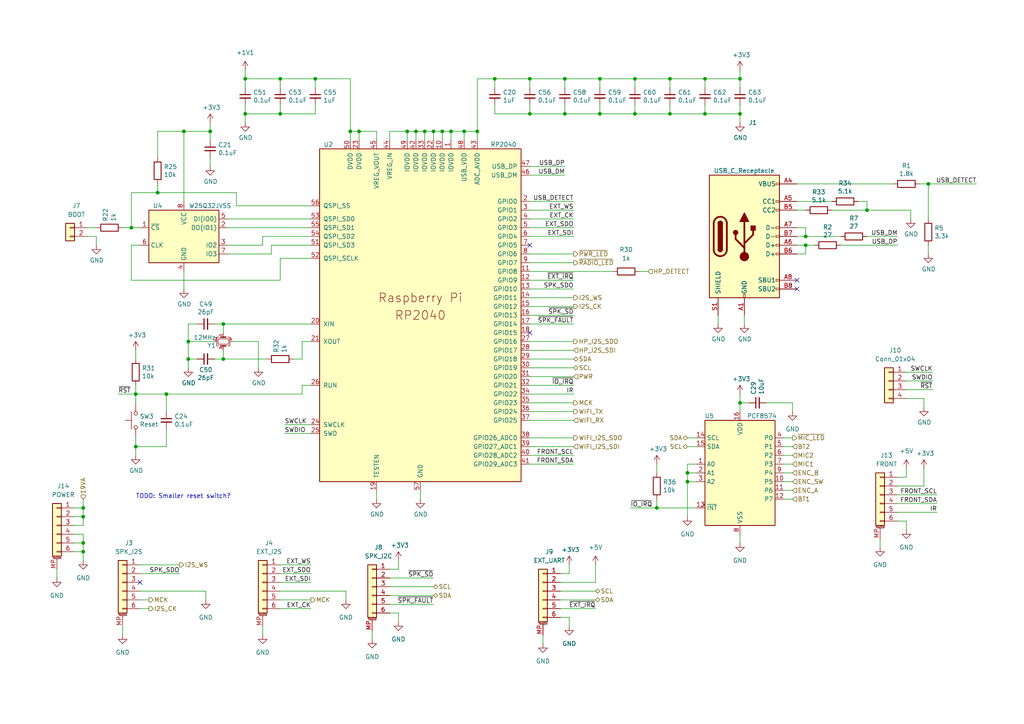
<source format=kicad_sch>
(kicad_sch (version 20210621) (generator eeschema)
  (paper "A4")
  (lib_symbols
    (symbol "Connector:USB_C_Receptacle_USB2.0" (pin_names (offset 1.016))
      (property "Reference" "J" (at -10.16 19.05 0))
      (property "Value" "USB_C_Receptacle_USB2.0" (at 19.05 19.05 0))
      (symbol "USB_C_Receptacle_USB2.0_1_1"
        (pin passive line (at 0 -22.86 90) (length 5.08) (name "GND") (number "A1"))
        (pin passive line (at 0 -22.86 90) (length 5.08) hide (name "GND") (number "A12"))
        (pin passive line (at 15.24 15.24 180) (length 5.08) (name "VBUS") (number "A4"))
        (pin bidirectional line (at 15.24 10.16 180) (length 5.08) (name "CC1") (number "A5"))
        (pin bidirectional line (at 15.24 -2.54 180) (length 5.08) (name "D+") (number "A6"))
        (pin bidirectional line (at 15.24 2.54 180) (length 5.08) (name "D-") (number "A7"))
        (pin bidirectional line (at 15.24 -12.7 180) (length 5.08) (name "SBU1") (number "A8"))
        (pin passive line (at 15.24 15.24 180) (length 5.08) hide (name "VBUS") (number "A9"))
        (pin passive line (at 0 -22.86 90) (length 5.08) hide (name "GND") (number "B1"))
        (pin passive line (at 0 -22.86 90) (length 5.08) hide (name "GND") (number "B12"))
        (pin passive line (at 15.24 15.24 180) (length 5.08) hide (name "VBUS") (number "B4"))
        (pin bidirectional line (at 15.24 7.62 180) (length 5.08) (name "CC2") (number "B5"))
        (pin bidirectional line (at 15.24 -5.08 180) (length 5.08) (name "D+") (number "B6"))
        (pin bidirectional line (at 15.24 0 180) (length 5.08) (name "D-") (number "B7"))
        (pin bidirectional line (at 15.24 -15.24 180) (length 5.08) (name "SBU2") (number "B8"))
        (pin passive line (at 15.24 15.24 180) (length 5.08) hide (name "VBUS") (number "B9"))
        (pin passive line (at -7.62 -22.86 90) (length 5.08) (name "SHIELD") (number "S1"))
      )
    )
    (symbol "Connector_Generic:Conn_01x02" (pin_names (offset 1.016) hide)
      (property "Reference" "J" (at 0 2.54 0))
      (property "Value" "Conn_01x02" (at 0 -5.08 0))
      (symbol "Conn_01x02_1_1"
        (pin passive line (at -5.08 0 0) (length 3.81) (name "Pin_1") (number "1"))
        (pin passive line (at -5.08 -2.54 0) (length 3.81) (name "Pin_2") (number "2"))
      )
    )
    (symbol "Connector_Generic:Conn_01x04" (pin_names (offset 1.016) hide)
      (property "Reference" "J" (at 0 5.08 0))
      (property "Value" "Conn_01x04" (at 0 -7.62 0))
      (symbol "Conn_01x04_1_1"
        (pin passive line (at -5.08 2.54 0) (length 3.81) (name "Pin_1") (number "1"))
        (pin passive line (at -5.08 0 0) (length 3.81) (name "Pin_2") (number "2"))
        (pin passive line (at -5.08 -2.54 0) (length 3.81) (name "Pin_3") (number "3"))
        (pin passive line (at -5.08 -5.08 0) (length 3.81) (name "Pin_4") (number "4"))
      )
    )
    (symbol "Connector_Generic_MountingPin:Conn_01x06_MountingPin" (pin_names (offset 1.016) hide)
      (property "Reference" "J" (at 0 7.62 0))
      (property "Value" "Conn_01x06_MountingPin" (at 1.27 -10.16 0))
      (symbol "Conn_01x06_MountingPin_1_1"
        (text "Mounting" (at 0 -9.271 0) (effects (font (size 0.381 0.381))))
        (pin passive line (at -5.08 5.08 0) (length 3.81) (name "Pin_1") (number "1"))
        (pin passive line (at -5.08 2.54 0) (length 3.81) (name "Pin_2") (number "2"))
        (pin passive line (at -5.08 0 0) (length 3.81) (name "Pin_3") (number "3"))
        (pin passive line (at -5.08 -2.54 0) (length 3.81) (name "Pin_4") (number "4"))
        (pin passive line (at -5.08 -5.08 0) (length 3.81) (name "Pin_5") (number "5"))
        (pin passive line (at -5.08 -7.62 0) (length 3.81) (name "Pin_6") (number "6"))
        (pin passive line (at 0 -12.7 90) (length 3.048) (name "MountPin") (number "MP"))
      )
    )
    (symbol "Device:C_Small" (pin_numbers hide) (pin_names (offset 0.254) hide)
      (property "Reference" "C" (at 0.254 1.778 0))
      (property "Value" "C_Small" (at 0.254 -2.032 0))
      (symbol "C_Small_1_1"
        (pin passive line (at 0 2.54 270) (length 2.032) (name "~") (number "1"))
        (pin passive line (at 0 -2.54 90) (length 2.032) (name "~") (number "2"))
      )
    )
    (symbol "Device:Crystal_GND24_Small" (pin_names (offset 1.016) hide)
      (property "Reference" "Y" (at 1.27 4.445 0))
      (property "Value" "Crystal_GND24_Small" (at 1.27 2.54 0))
      (symbol "Crystal_GND24_Small_1_1"
        (pin passive line (at -2.54 0 0) (length 1.27) (name "1") (number "1"))
        (pin passive line (at 0 -2.54 90) (length 0.635) (name "2") (number "2"))
        (pin passive line (at 2.54 0 180) (length 1.27) (name "3") (number "3"))
        (pin passive line (at 0 2.54 270) (length 0.635) (name "4") (number "4"))
      )
    )
    (symbol "Device:R" (pin_numbers hide) (pin_names (offset 0))
      (property "Reference" "R" (at 2.032 0 90))
      (property "Value" "R" (at 0 0 90))
      (symbol "R_1_1"
        (pin passive line (at 0 3.81 270) (length 1.27) (name "~") (number "1"))
        (pin passive line (at 0 -3.81 90) (length 1.27) (name "~") (number "2"))
      )
    )
    (symbol "Interface_Expansion:PCF8574"
      (property "Reference" "U" (at -8.89 16.51 0))
      (property "Value" "PCF8574" (at 2.54 16.51 0))
      (symbol "PCF8574_1_1"
        (pin input line (at -12.7 2.54 0) (length 2.54) (name "A0") (number "1"))
        (pin bidirectional line (at 12.7 -2.54 180) (length 2.54) (name "P5") (number "10"))
        (pin bidirectional line (at 12.7 -5.08 180) (length 2.54) (name "P6") (number "11"))
        (pin bidirectional line (at 12.7 -7.62 180) (length 2.54) (name "P7") (number "12"))
        (pin open_collector output_low (at -12.7 -10.16 0) (length 2.54) (name "~{INT}") (number "13"))
        (pin input line (at -12.7 10.16 0) (length 2.54) (name "SCL") (number "14"))
        (pin bidirectional line (at -12.7 7.62 0) (length 2.54) (name "SDA") (number "15"))
        (pin power_in line (at 0 17.78 270) (length 2.54) (name "VDD") (number "16"))
        (pin input line (at -12.7 0 0) (length 2.54) (name "A1") (number "2"))
        (pin input line (at -12.7 -2.54 0) (length 2.54) (name "A2") (number "3"))
        (pin bidirectional line (at 12.7 10.16 180) (length 2.54) (name "P0") (number "4"))
        (pin bidirectional line (at 12.7 7.62 180) (length 2.54) (name "P1") (number "5"))
        (pin bidirectional line (at 12.7 5.08 180) (length 2.54) (name "P2") (number "6"))
        (pin bidirectional line (at 12.7 2.54 180) (length 2.54) (name "P3") (number "7"))
        (pin power_in line (at 0 -17.78 90) (length 2.54) (name "VSS") (number "8"))
        (pin bidirectional line (at 12.7 0 180) (length 2.54) (name "P4") (number "9"))
      )
    )
    (symbol "MCU_RaspberryPi_and_Boards:RP2040" (pin_names (offset 1.016))
      (property "Reference" "U" (at -29.21 49.53 0))
      (property "Value" "RP2040" (at 24.13 -49.53 0))
      (symbol "RP2040_0_0"
        (text "Raspberry Pi" (at 0 5.08 0) (effects (font (size 2.54 2.54))))
        (text "RP2040" (at 0 0 0) (effects (font (size 2.54 2.54))))
      )
      (symbol "RP2040_1_1"
        (pin power_in line (at 8.89 50.8 270) (length 2.54) (name "IOVDD") (number "1"))
        (pin power_in line (at 6.35 50.8 270) (length 2.54) (name "IOVDD") (number "10"))
        (pin bidirectional line (at 31.75 12.7 180) (length 2.54) (name "GPIO8") (number "11"))
        (pin bidirectional line (at 31.75 10.16 180) (length 2.54) (name "GPIO9") (number "12"))
        (pin bidirectional line (at 31.75 7.62 180) (length 2.54) (name "GPIO10") (number "13"))
        (pin bidirectional line (at 31.75 5.08 180) (length 2.54) (name "GPIO11") (number "14"))
        (pin bidirectional line (at 31.75 2.54 180) (length 2.54) (name "GPIO12") (number "15"))
        (pin bidirectional line (at 31.75 0 180) (length 2.54) (name "GPIO13") (number "16"))
        (pin bidirectional line (at 31.75 -2.54 180) (length 2.54) (name "GPIO14") (number "17"))
        (pin bidirectional line (at 31.75 -5.08 180) (length 2.54) (name "GPIO15") (number "18"))
        (pin passive line (at -12.7 -50.8 90) (length 2.54) (name "TESTEN") (number "19"))
        (pin bidirectional line (at 31.75 33.02 180) (length 2.54) (name "GPIO0") (number "2"))
        (pin input line (at -31.75 -2.54 0) (length 2.54) (name "XIN") (number "20"))
        (pin passive line (at -31.75 -7.62 0) (length 2.54) (name "XOUT") (number "21"))
        (pin power_in line (at 3.81 50.8 270) (length 2.54) (name "IOVDD") (number "22"))
        (pin power_in line (at -17.78 50.8 270) (length 2.54) (name "DVDD") (number "23"))
        (pin output line (at -31.75 -31.75 0) (length 2.54) (name "SWCLK") (number "24"))
        (pin bidirectional line (at -31.75 -34.29 0) (length 2.54) (name "SWD") (number "25"))
        (pin input line (at -31.75 -20.32 0) (length 2.54) (name "RUN") (number "26"))
        (pin bidirectional line (at 31.75 -7.62 180) (length 2.54) (name "GPIO16") (number "27"))
        (pin bidirectional line (at 31.75 -10.16 180) (length 2.54) (name "GPIO17") (number "28"))
        (pin bidirectional line (at 31.75 -12.7 180) (length 2.54) (name "GPIO18") (number "29"))
        (pin bidirectional line (at 31.75 30.48 180) (length 2.54) (name "GPIO1") (number "3"))
        (pin bidirectional line (at 31.75 -15.24 180) (length 2.54) (name "GPIO19") (number "30"))
        (pin bidirectional line (at 31.75 -17.78 180) (length 2.54) (name "GPIO20") (number "31"))
        (pin bidirectional line (at 31.75 -20.32 180) (length 2.54) (name "GPIO21") (number "32"))
        (pin power_in line (at 1.27 50.8 270) (length 2.54) (name "IOVDD") (number "33"))
        (pin bidirectional line (at 31.75 -22.86 180) (length 2.54) (name "GPIO22") (number "34"))
        (pin bidirectional line (at 31.75 -25.4 180) (length 2.54) (name "GPIO23") (number "35"))
        (pin bidirectional line (at 31.75 -27.94 180) (length 2.54) (name "GPIO24") (number "36"))
        (pin bidirectional line (at 31.75 -30.48 180) (length 2.54) (name "GPIO25") (number "37"))
        (pin bidirectional line (at 31.75 -35.56 180) (length 2.54) (name "GPIO26_ADC0") (number "38"))
        (pin bidirectional line (at 31.75 -38.1 180) (length 2.54) (name "GPIO27_ADC1") (number "39"))
        (pin bidirectional line (at 31.75 27.94 180) (length 2.54) (name "GPIO2") (number "4"))
        (pin bidirectional line (at 31.75 -40.64 180) (length 2.54) (name "GPIO28_ADC2") (number "40"))
        (pin bidirectional line (at 31.75 -43.18 180) (length 2.54) (name "GPIO29_ADC3") (number "41"))
        (pin power_in line (at -1.27 50.8 270) (length 2.54) (name "IOVDD") (number "42"))
        (pin power_in line (at 16.51 50.8 270) (length 2.54) (name "ADC_AVDD") (number "43"))
        (pin power_in line (at -8.89 50.8 270) (length 2.54) (name "VREG_IN") (number "44"))
        (pin power_out line (at -12.7 50.8 270) (length 2.54) (name "VREG_VOUT") (number "45"))
        (pin bidirectional line (at 31.75 40.64 180) (length 2.54) (name "USB_DM") (number "46"))
        (pin bidirectional line (at 31.75 43.18 180) (length 2.54) (name "USB_DP") (number "47"))
        (pin power_in line (at 12.7 50.8 270) (length 2.54) (name "USB_VDD") (number "48"))
        (pin power_in line (at -3.81 50.8 270) (length 2.54) (name "IOVDD") (number "49"))
        (pin bidirectional line (at 31.75 25.4 180) (length 2.54) (name "GPIO3") (number "5"))
        (pin power_in line (at -20.32 50.8 270) (length 2.54) (name "DVDD") (number "50"))
        (pin bidirectional line (at -31.75 20.32 0) (length 2.54) (name "QSPI_SD3") (number "51"))
        (pin output line (at -31.75 16.51 0) (length 2.54) (name "QSPI_SCLK") (number "52"))
        (pin bidirectional line (at -31.75 27.94 0) (length 2.54) (name "QSPI_SD0") (number "53"))
        (pin bidirectional line (at -31.75 22.86 0) (length 2.54) (name "QSPI_SD2") (number "54"))
        (pin bidirectional line (at -31.75 25.4 0) (length 2.54) (name "QSPI_SD1") (number "55"))
        (pin bidirectional line (at -31.75 31.75 0) (length 2.54) (name "QSPI_SS") (number "56"))
        (pin power_in line (at 0 -50.8 90) (length 2.54) (name "GND") (number "57"))
        (pin bidirectional line (at 31.75 22.86 180) (length 2.54) (name "GPIO4") (number "6"))
        (pin bidirectional line (at 31.75 20.32 180) (length 2.54) (name "GPIO5") (number "7"))
        (pin bidirectional line (at 31.75 17.78 180) (length 2.54) (name "GPIO6") (number "8"))
        (pin bidirectional line (at 31.75 15.24 180) (length 2.54) (name "GPIO7") (number "9"))
      )
    )
    (symbol "Memory_Flash:W25Q32JVSS"
      (property "Reference" "U" (at -8.89 8.89 0))
      (property "Value" "W25Q32JVSS" (at 7.62 8.89 0))
      (symbol "W25Q32JVSS_1_1"
        (pin input line (at -12.7 2.54 0) (length 2.54) (name "~{CS}") (number "1"))
        (pin bidirectional line (at 12.7 2.54 180) (length 2.54) (name "DO(IO1)") (number "2"))
        (pin bidirectional line (at 12.7 -2.54 180) (length 2.54) (name "IO2") (number "3"))
        (pin power_in line (at 0 -10.16 90) (length 2.54) (name "GND") (number "4"))
        (pin bidirectional line (at 12.7 5.08 180) (length 2.54) (name "DI(IO0)") (number "5"))
        (pin input line (at -12.7 -2.54 0) (length 2.54) (name "CLK") (number "6"))
        (pin bidirectional line (at 12.7 -5.08 180) (length 2.54) (name "IO3") (number "7"))
        (pin power_in line (at 0 10.16 270) (length 2.54) (name "VCC") (number "8"))
      )
    )
    (symbol "Switch:SW_Push" (pin_numbers hide) (pin_names (offset 1.016) hide)
      (property "Reference" "SW" (at 1.27 2.54 0))
      (property "Value" "SW_Push" (at 0 -1.524 0))
      (symbol "SW_Push_0_1"
        (pin passive line (at -5.08 0 0) (length 2.54) (name "1") (number "1"))
        (pin passive line (at 5.08 0 180) (length 2.54) (name "2") (number "2"))
      )
    )
    (symbol "power:+1V1" (power) (pin_names (offset 0))
      (property "Value" "+1V1" (at 0 3.556 0))
      (symbol "+1V1_1_1"
        (pin power_in line (at 0 0 90) (length 0) hide (name "+1V1") (number "1"))
      )
    )
    (symbol "power:+3.3V" (power) (pin_names (offset 0))
      (property "Value" "+3.3V" (at 0 3.556 0))
      (symbol "+3.3V_1_1"
        (pin power_in line (at 0 0 90) (length 0) hide (name "+3V3") (number "1"))
      )
    )
    (symbol "power:+5V" (power) (pin_names (offset 0))
      (property "Value" "+5V" (at 0 3.556 0))
      (symbol "+5V_1_1"
        (pin power_in line (at 0 0 90) (length 0) hide (name "+5V") (number "1"))
      )
    )
    (symbol "power:GND" (power) (pin_names (offset 0))
      (property "Value" "GND" (at 0 -3.81 0))
      (symbol "GND_1_1"
        (pin power_in line (at 0 0 270) (length 0) hide (name "GND") (number "1"))
      )
    )
  )
  (junction (at 71.12 22.86))
  (junction (at 269.24 53.34))
  (junction (at 184.15 22.86) (diameter 0.9144))
  (junction (at 173.99 22.86) (diameter 0.9144))
  (junction (at 153.67 22.86) (diameter 0.9144))
  (junction (at 233.68 68.58))
  (junction (at 60.96 38.1))
  (junction (at 125.73 38.1))
  (junction (at 233.68 71.12))
  (junction (at 39.37 129.54) (diameter 0.9144))
  (junction (at 163.83 22.86) (diameter 0.9144))
  (junction (at 104.14 38.1))
  (junction (at 39.37 114.3) (diameter 0.9144))
  (junction (at 54.61 104.14))
  (junction (at 214.63 22.86))
  (junction (at 54.61 99.06))
  (junction (at 134.62 38.1))
  (junction (at 101.6 38.1))
  (junction (at 24.13 157.48))
  (junction (at 48.26 114.3))
  (junction (at 38.1 66.04))
  (junction (at 24.13 149.86))
  (junction (at 163.83 33.02) (diameter 0.9144))
  (junction (at 123.19 38.1))
  (junction (at 120.65 38.1))
  (junction (at 71.12 33.02))
  (junction (at 24.13 147.32))
  (junction (at 199.39 139.7))
  (junction (at 130.81 38.1))
  (junction (at 64.77 104.14))
  (junction (at 214.63 33.02) (diameter 0.9144))
  (junction (at 153.67 33.02))
  (junction (at 184.15 33.02) (diameter 0.9144))
  (junction (at 128.27 38.1))
  (junction (at 214.63 116.84))
  (junction (at 138.43 38.1))
  (junction (at 24.13 160.02))
  (junction (at 118.11 38.1))
  (junction (at 53.34 38.1))
  (junction (at 81.28 22.86) (diameter 0.9144))
  (junction (at 45.72 55.88))
  (junction (at 199.39 137.16))
  (junction (at 190.5 147.32))
  (junction (at 194.31 33.02) (diameter 0.9144))
  (junction (at 81.28 33.02) (diameter 0.9144))
  (junction (at 64.77 93.98) (diameter 0.9144))
  (junction (at 204.47 33.02) (diameter 0.9144))
  (junction (at 251.46 60.96))
  (junction (at 91.44 22.86))
  (junction (at 204.47 22.86) (diameter 0.9144))
  (junction (at 143.51 22.86))
  (junction (at 173.99 33.02) (diameter 0.9144))
  (junction (at 194.31 22.86) (diameter 0.9144))
  (no_connect (at 153.67 71.12))
  (no_connect (at 40.64 168.91))
  (no_connect (at 153.67 96.52))
  (no_connect (at 231.14 81.28))
  (no_connect (at 231.14 83.82))
  (wire (pts (xy 87.63 99.06) (xy 87.63 104.14)))
  (wire (pts (xy 87.63 104.14) (xy 85.09 104.14)))
  (wire (pts (xy 90.17 99.06) (xy 87.63 99.06)))
  (wire (pts (xy 269.24 63.5) (xy 269.24 53.34)))
  (wire (pts (xy 71.12 33.02) (xy 71.12 35.56)))
  (wire (pts (xy 153.67 93.98) (xy 166.37 93.98)))
  (wire (pts (xy 54.61 93.98) (xy 57.15 93.98)))
  (wire (pts (xy 66.04 63.5) (xy 90.17 63.5)))
  (wire (pts (xy 184.15 33.02) (xy 173.99 33.02)))
  (wire (pts (xy 231.14 71.12) (xy 233.68 71.12)))
  (wire (pts (xy 40.64 176.53) (xy 43.18 176.53)))
  (wire (pts (xy 115.57 177.8) (xy 115.57 180.34)))
  (wire (pts (xy 184.15 22.86) (xy 194.31 22.86)))
  (wire (pts (xy 153.67 106.68) (xy 166.37 106.68)))
  (wire (pts (xy 24.13 144.78) (xy 24.13 147.32)))
  (wire (pts (xy 24.13 147.32) (xy 24.13 149.86)))
  (wire (pts (xy 24.13 149.86) (xy 24.13 152.4)))
  (wire (pts (xy 62.23 104.14) (xy 64.77 104.14)))
  (wire (pts (xy 138.43 22.86) (xy 143.51 22.86)))
  (wire (pts (xy 138.43 38.1) (xy 138.43 22.86)))
  (wire (pts (xy 138.43 40.64) (xy 138.43 38.1)))
  (wire (pts (xy 81.28 176.53) (xy 90.17 176.53)))
  (wire (pts (xy 21.59 149.86) (xy 24.13 149.86)))
  (wire (pts (xy 53.34 58.42) (xy 53.34 38.1)))
  (wire (pts (xy 53.34 38.1) (xy 60.96 38.1)))
  (wire (pts (xy 62.23 93.98) (xy 64.77 93.98)))
  (wire (pts (xy 153.67 63.5) (xy 166.37 63.5)))
  (wire (pts (xy 48.26 119.38) (xy 48.26 114.3)))
  (wire (pts (xy 153.67 22.86) (xy 153.67 25.4)))
  (wire (pts (xy 153.67 81.28) (xy 166.37 81.28)))
  (wire (pts (xy 39.37 129.54) (xy 48.26 129.54)))
  (wire (pts (xy 121.92 142.24) (xy 121.92 144.78)))
  (wire (pts (xy 199.39 129.54) (xy 201.93 129.54)))
  (wire (pts (xy 229.87 116.84) (xy 222.25 116.84)))
  (wire (pts (xy 229.87 119.38) (xy 229.87 116.84)))
  (wire (pts (xy 201.93 139.7) (xy 199.39 139.7)))
  (wire (pts (xy 199.39 139.7) (xy 199.39 149.86)))
  (wire (pts (xy 71.12 20.32) (xy 71.12 22.86)))
  (wire (pts (xy 45.72 53.34) (xy 45.72 55.88)))
  (wire (pts (xy 118.11 38.1) (xy 118.11 40.64)))
  (wire (pts (xy 71.12 22.86) (xy 71.12 25.4)))
  (wire (pts (xy 227.33 129.54) (xy 229.87 129.54)))
  (wire (pts (xy 153.67 119.38) (xy 166.37 119.38)))
  (wire (pts (xy 153.67 111.76) (xy 166.37 111.76)))
  (wire (pts (xy 60.96 35.56) (xy 60.96 38.1)))
  (wire (pts (xy 60.96 38.1) (xy 60.96 40.64)))
  (wire (pts (xy 204.47 22.86) (xy 204.47 25.4)))
  (wire (pts (xy 153.67 99.06) (xy 166.37 99.06)))
  (wire (pts (xy 166.37 101.6) (xy 153.67 101.6)))
  (wire (pts (xy 64.77 101.6) (xy 64.77 104.14)))
  (wire (pts (xy 113.03 167.64) (xy 125.73 167.64)))
  (wire (pts (xy 91.44 22.86) (xy 91.44 25.4)))
  (wire (pts (xy 153.67 127) (xy 166.37 127)))
  (wire (pts (xy 40.64 171.45) (xy 59.69 171.45)))
  (wire (pts (xy 59.69 173.99) (xy 59.69 171.45)))
  (wire (pts (xy 76.2 68.58) (xy 76.2 71.12)))
  (wire (pts (xy 90.17 68.58) (xy 76.2 68.58)))
  (wire (pts (xy 76.2 71.12) (xy 66.04 71.12)))
  (wire (pts (xy 231.14 66.04) (xy 233.68 66.04)))
  (wire (pts (xy 233.68 66.04) (xy 233.68 68.58)))
  (wire (pts (xy 199.39 127) (xy 201.93 127)))
  (wire (pts (xy 54.61 99.06) (xy 62.23 99.06)))
  (wire (pts (xy 173.99 30.48) (xy 173.99 33.02)))
  (wire (pts (xy 64.77 93.98) (xy 90.17 93.98)))
  (wire (pts (xy 107.95 182.88) (xy 107.95 185.42)))
  (wire (pts (xy 251.46 58.42) (xy 251.46 60.96)))
  (wire (pts (xy 248.92 58.42) (xy 251.46 58.42)))
  (wire (pts (xy 208.28 91.44) (xy 208.28 93.9393)))
  (wire (pts (xy 81.28 22.86) (xy 81.28 25.4)))
  (wire (pts (xy 162.56 173.99) (xy 172.72 173.99)))
  (wire (pts (xy 71.12 22.86) (xy 81.28 22.86)))
  (wire (pts (xy 128.27 38.1) (xy 128.27 40.64)))
  (wire (pts (xy 68.58 55.88) (xy 45.72 55.88)))
  (wire (pts (xy 38.1 55.88) (xy 38.1 66.04)))
  (wire (pts (xy 38.1 66.04) (xy 40.64 66.04)))
  (wire (pts (xy 45.72 55.88) (xy 38.1 55.88)))
  (wire (pts (xy 90.17 59.69) (xy 68.58 59.69)))
  (wire (pts (xy 68.58 59.69) (xy 68.58 55.88)))
  (wire (pts (xy 104.14 38.1) (xy 104.14 40.64)))
  (wire (pts (xy 87.63 111.76) (xy 90.17 111.76)))
  (wire (pts (xy 260.35 143.51) (xy 271.78 143.51)))
  (wire (pts (xy 260.35 151.13) (xy 262.89 151.13)))
  (wire (pts (xy 262.89 151.13) (xy 262.89 153.67)))
  (wire (pts (xy 39.37 111.76) (xy 39.37 114.3)))
  (wire (pts (xy 90.17 125.73) (xy 82.55 125.73)))
  (wire (pts (xy 194.31 33.02) (xy 184.15 33.02)))
  (wire (pts (xy 54.61 104.14) (xy 57.15 104.14)))
  (wire (pts (xy 214.63 30.48) (xy 214.63 33.02)))
  (wire (pts (xy 153.67 50.8) (xy 163.83 50.8)))
  (wire (pts (xy 267.97 115.57) (xy 262.89 115.57)))
  (wire (pts (xy 231.14 68.58) (xy 233.68 68.58)))
  (wire (pts (xy 35.56 181.61) (xy 35.56 184.15)))
  (wire (pts (xy 153.67 116.84) (xy 166.37 116.84)))
  (wire (pts (xy 54.61 104.14) (xy 54.61 106.68)))
  (wire (pts (xy 54.61 93.98) (xy 54.61 99.06)))
  (wire (pts (xy 54.61 99.06) (xy 54.61 104.14)))
  (wire (pts (xy 214.63 33.02) (xy 204.47 33.02)))
  (wire (pts (xy 21.59 157.48) (xy 24.13 157.48)))
  (wire (pts (xy 24.13 157.48) (xy 24.13 160.02)))
  (wire (pts (xy 24.13 160.02) (xy 21.59 160.02)))
  (wire (pts (xy 24.13 162.56) (xy 24.13 160.02)))
  (wire (pts (xy 81.28 30.48) (xy 81.28 33.02)))
  (wire (pts (xy 201.93 137.16) (xy 199.39 137.16)))
  (wire (pts (xy 199.39 137.16) (xy 199.39 139.7)))
  (wire (pts (xy 39.37 101.6) (xy 39.37 104.14)))
  (wire (pts (xy 48.26 129.54) (xy 48.26 124.46)))
  (wire (pts (xy 153.67 66.04) (xy 166.37 66.04)))
  (wire (pts (xy 251.46 60.96) (xy 264.16 60.96)))
  (wire (pts (xy 264.16 63.5) (xy 264.16 60.96)))
  (wire (pts (xy 241.3 60.96) (xy 251.46 60.96)))
  (wire (pts (xy 78.74 71.12) (xy 90.17 71.12)))
  (wire (pts (xy 78.74 73.66) (xy 78.74 71.12)))
  (wire (pts (xy 66.04 73.66) (xy 78.74 73.66)))
  (wire (pts (xy 76.2 181.61) (xy 76.2 184.15)))
  (wire (pts (xy 233.68 71.12) (xy 236.22 71.12)))
  (wire (pts (xy 91.44 33.02) (xy 81.28 33.02)))
  (wire (pts (xy 40.64 163.83) (xy 52.07 163.83)))
  (wire (pts (xy 48.26 114.3) (xy 87.63 114.3)))
  (wire (pts (xy 87.63 114.3) (xy 87.63 111.76)))
  (wire (pts (xy 214.63 33.02) (xy 214.63 35.56)))
  (wire (pts (xy 113.03 177.8) (xy 115.57 177.8)))
  (wire (pts (xy 27.94 68.58) (xy 25.4 68.58)))
  (wire (pts (xy 27.94 71.12) (xy 27.94 68.58)))
  (wire (pts (xy 35.56 66.04) (xy 38.1 66.04)))
  (wire (pts (xy 194.31 22.86) (xy 204.47 22.86)))
  (wire (pts (xy 153.67 109.22) (xy 166.37 109.22)))
  (wire (pts (xy 182.88 147.32) (xy 190.5 147.32)))
  (wire (pts (xy 177.8 78.74) (xy 153.67 78.74)))
  (wire (pts (xy 153.67 30.48) (xy 153.67 33.02)))
  (wire (pts (xy 153.67 60.96) (xy 166.37 60.96)))
  (wire (pts (xy 153.67 58.42) (xy 166.37 58.42)))
  (wire (pts (xy 34.29 114.3) (xy 39.37 114.3)))
  (wire (pts (xy 163.83 30.48) (xy 163.83 33.02)))
  (wire (pts (xy 123.19 38.1) (xy 123.19 40.64)))
  (wire (pts (xy 267.97 118.11) (xy 267.97 115.57)))
  (wire (pts (xy 214.63 116.84) (xy 217.17 116.84)))
  (wire (pts (xy 153.67 121.92) (xy 166.37 121.92)))
  (wire (pts (xy 81.28 163.83) (xy 90.17 163.83)))
  (wire (pts (xy 267.97 135.89) (xy 267.97 140.97)))
  (wire (pts (xy 267.97 140.97) (xy 260.35 140.97)))
  (wire (pts (xy 166.37 86.36) (xy 153.67 86.36)))
  (wire (pts (xy 25.4 66.04) (xy 27.94 66.04)))
  (wire (pts (xy 153.67 104.14) (xy 166.37 104.14)))
  (wire (pts (xy 101.6 38.1) (xy 101.6 40.64)))
  (wire (pts (xy 104.14 38.1) (xy 101.6 38.1)))
  (wire (pts (xy 109.22 38.1) (xy 104.14 38.1)))
  (wire (pts (xy 109.22 40.64) (xy 109.22 38.1)))
  (wire (pts (xy 162.56 176.53) (xy 172.72 176.53)))
  (wire (pts (xy 81.28 22.86) (xy 91.44 22.86)))
  (wire (pts (xy 40.64 173.99) (xy 43.18 173.99)))
  (wire (pts (xy 153.67 48.26) (xy 163.83 48.26)))
  (wire (pts (xy 130.81 38.1) (xy 130.81 40.64)))
  (wire (pts (xy 21.59 147.32) (xy 24.13 147.32)))
  (wire (pts (xy 251.46 68.58) (xy 260.35 68.58)))
  (wire (pts (xy 231.14 73.66) (xy 233.68 73.66)))
  (wire (pts (xy 233.68 73.66) (xy 233.68 71.12)))
  (wire (pts (xy 134.62 38.1) (xy 134.62 40.64)))
  (wire (pts (xy 81.28 173.99) (xy 90.17 173.99)))
  (wire (pts (xy 81.28 74.93) (xy 81.28 81.28)))
  (wire (pts (xy 90.17 74.93) (xy 81.28 74.93)))
  (wire (pts (xy 38.1 71.12) (xy 40.64 71.12)))
  (wire (pts (xy 38.1 81.28) (xy 38.1 71.12)))
  (wire (pts (xy 81.28 81.28) (xy 38.1 81.28)))
  (wire (pts (xy 113.03 170.18) (xy 125.73 170.18)))
  (wire (pts (xy 91.44 30.48) (xy 91.44 33.02)))
  (wire (pts (xy 60.96 45.72) (xy 60.96 48.26)))
  (wire (pts (xy 262.89 110.49) (xy 270.51 110.49)))
  (wire (pts (xy 260.35 148.59) (xy 271.78 148.59)))
  (wire (pts (xy 157.48 184.15) (xy 157.48 186.69)))
  (wire (pts (xy 173.99 22.86) (xy 173.99 25.4)))
  (wire (pts (xy 201.93 134.62) (xy 199.39 134.62)))
  (wire (pts (xy 199.39 134.62) (xy 199.39 137.16)))
  (wire (pts (xy 143.51 22.86) (xy 143.51 25.4)))
  (wire (pts (xy 39.37 132.08) (xy 39.37 129.54)))
  (wire (pts (xy 143.51 30.48) (xy 143.51 33.02)))
  (wire (pts (xy 143.51 33.02) (xy 153.67 33.02)))
  (wire (pts (xy 81.28 166.37) (xy 90.17 166.37)))
  (wire (pts (xy 204.47 22.86) (xy 214.63 22.86)))
  (wire (pts (xy 113.03 165.1) (xy 115.57 165.1)))
  (wire (pts (xy 115.57 165.1) (xy 115.57 162.56)))
  (wire (pts (xy 187.96 78.74) (xy 185.42 78.74)))
  (wire (pts (xy 184.15 30.48) (xy 184.15 33.02)))
  (wire (pts (xy 227.33 134.62) (xy 229.87 134.62)))
  (wire (pts (xy 21.59 154.94) (xy 24.13 154.94)))
  (wire (pts (xy 24.13 154.94) (xy 24.13 157.48)))
  (wire (pts (xy 173.99 33.02) (xy 163.83 33.02)))
  (wire (pts (xy 227.33 144.78) (xy 229.87 144.78)))
  (wire (pts (xy 66.04 66.04) (xy 90.17 66.04)))
  (wire (pts (xy 153.67 134.62) (xy 166.37 134.62)))
  (wire (pts (xy 45.72 38.1) (xy 53.34 38.1)))
  (wire (pts (xy 45.72 45.72) (xy 45.72 38.1)))
  (wire (pts (xy 39.37 114.3) (xy 39.37 116.84)))
  (wire (pts (xy 163.83 33.02) (xy 153.67 33.02)))
  (wire (pts (xy 231.14 58.42) (xy 241.3 58.42)))
  (wire (pts (xy 243.84 71.12) (xy 260.35 71.12)))
  (wire (pts (xy 214.63 114.3) (xy 214.63 116.84)))
  (wire (pts (xy 214.63 116.84) (xy 214.63 119.38)))
  (wire (pts (xy 128.27 38.1) (xy 130.81 38.1)))
  (wire (pts (xy 130.81 38.1) (xy 134.62 38.1)))
  (wire (pts (xy 134.62 38.1) (xy 138.43 38.1)))
  (wire (pts (xy 123.19 38.1) (xy 125.73 38.1)))
  (wire (pts (xy 125.73 38.1) (xy 128.27 38.1)))
  (wire (pts (xy 113.03 38.1) (xy 118.11 38.1)))
  (wire (pts (xy 113.03 40.64) (xy 113.03 38.1)))
  (wire (pts (xy 118.11 38.1) (xy 120.65 38.1)))
  (wire (pts (xy 120.65 38.1) (xy 123.19 38.1)))
  (wire (pts (xy 153.67 114.3) (xy 166.37 114.3)))
  (wire (pts (xy 163.83 22.86) (xy 163.83 25.4)))
  (wire (pts (xy 113.03 175.26) (xy 125.73 175.26)))
  (wire (pts (xy 16.51 165.1) (xy 16.51 167.64)))
  (wire (pts (xy 231.14 53.34) (xy 259.08 53.34)))
  (wire (pts (xy 64.77 104.14) (xy 77.47 104.14)))
  (wire (pts (xy 153.67 76.2) (xy 166.37 76.2)))
  (wire (pts (xy 81.28 168.91) (xy 90.17 168.91)))
  (wire (pts (xy 270.51 113.03) (xy 262.89 113.03)))
  (wire (pts (xy 227.33 142.24) (xy 229.87 142.24)))
  (wire (pts (xy 21.59 152.4) (xy 24.13 152.4)))
  (wire (pts (xy 227.33 132.08) (xy 229.87 132.08)))
  (wire (pts (xy 125.73 38.1) (xy 125.73 40.64)))
  (wire (pts (xy 153.67 22.86) (xy 163.83 22.86)))
  (wire (pts (xy 266.7 53.34) (xy 269.24 53.34)))
  (wire (pts (xy 269.24 53.34) (xy 283.21 53.34)))
  (wire (pts (xy 190.5 147.32) (xy 190.5 144.78)))
  (wire (pts (xy 201.93 147.32) (xy 190.5 147.32)))
  (wire (pts (xy 153.67 132.08) (xy 166.37 132.08)))
  (wire (pts (xy 120.65 38.1) (xy 120.65 40.64)))
  (wire (pts (xy 260.35 138.43) (xy 262.89 138.43)))
  (wire (pts (xy 262.89 138.43) (xy 262.89 135.89)))
  (wire (pts (xy 227.33 137.16) (xy 229.87 137.16)))
  (wire (pts (xy 90.17 123.19) (xy 82.55 123.19)))
  (wire (pts (xy 81.28 33.02) (xy 71.12 33.02)))
  (wire (pts (xy 71.12 30.48) (xy 71.12 33.02)))
  (wire (pts (xy 204.47 33.02) (xy 194.31 33.02)))
  (wire (pts (xy 53.34 78.74) (xy 53.34 83.82)))
  (wire (pts (xy 194.31 30.48) (xy 194.31 33.02)))
  (wire (pts (xy 194.31 22.86) (xy 194.31 25.4)))
  (wire (pts (xy 165.1 179.07) (xy 165.1 181.61)))
  (wire (pts (xy 190.5 134.62) (xy 190.5 137.16)))
  (wire (pts (xy 172.72 168.91) (xy 172.72 163.83)))
  (wire (pts (xy 162.56 168.91) (xy 172.72 168.91)))
  (wire (pts (xy 143.51 22.86) (xy 153.67 22.86)))
  (wire (pts (xy 100.33 173.99) (xy 100.33 171.45)))
  (wire (pts (xy 74.93 99.06) (xy 67.31 99.06)))
  (wire (pts (xy 74.93 106.68) (xy 74.93 99.06)))
  (wire (pts (xy 173.99 22.86) (xy 184.15 22.86)))
  (wire (pts (xy 48.26 114.3) (xy 39.37 114.3)))
  (wire (pts (xy 153.67 68.58) (xy 166.37 68.58)))
  (wire (pts (xy 40.64 166.37) (xy 52.07 166.37)))
  (wire (pts (xy 162.56 171.45) (xy 172.72 171.45)))
  (wire (pts (xy 214.63 22.86) (xy 214.63 25.4)))
  (wire (pts (xy 81.28 171.45) (xy 100.33 171.45)))
  (wire (pts (xy 227.33 127) (xy 229.87 127)))
  (wire (pts (xy 109.22 144.78) (xy 109.22 142.24)))
  (wire (pts (xy 165.1 166.37) (xy 165.1 163.83)))
  (wire (pts (xy 153.67 83.82) (xy 166.37 83.82)))
  (wire (pts (xy 269.24 71.12) (xy 269.24 73.66)))
  (wire (pts (xy 153.67 91.44) (xy 166.37 91.44)))
  (wire (pts (xy 64.77 93.98) (xy 64.77 96.52)))
  (wire (pts (xy 101.6 22.86) (xy 91.44 22.86)))
  (wire (pts (xy 101.6 38.1) (xy 101.6 22.86)))
  (wire (pts (xy 153.67 129.54) (xy 166.37 129.54)))
  (wire (pts (xy 113.03 172.72) (xy 125.73 172.72)))
  (wire (pts (xy 184.15 22.86) (xy 184.15 25.4)))
  (wire (pts (xy 214.63 154.94) (xy 214.63 157.48)))
  (wire (pts (xy 153.67 73.66) (xy 166.37 73.66)))
  (wire (pts (xy 255.27 156.21) (xy 255.27 158.75)))
  (wire (pts (xy 260.35 146.05) (xy 271.78 146.05)))
  (wire (pts (xy 262.89 107.95) (xy 270.51 107.95)))
  (wire (pts (xy 163.83 22.86) (xy 173.99 22.86)))
  (wire (pts (xy 162.56 179.07) (xy 165.1 179.07)))
  (wire (pts (xy 204.47 30.48) (xy 204.47 33.02)))
  (wire (pts (xy 162.56 166.37) (xy 165.1 166.37)))
  (wire (pts (xy 227.33 139.7) (xy 229.87 139.7)))
  (wire (pts (xy 215.9 91.44) (xy 215.9 93.98)))
  (wire (pts (xy 231.14 60.96) (xy 233.68 60.96)))
  (wire (pts (xy 243.84 68.58) (xy 233.68 68.58)))
  (wire (pts (xy 39.37 127) (xy 39.37 129.54)))
  (wire (pts (xy 153.67 88.9) (xy 166.37 88.9)))
  (wire (pts (xy 214.63 20.32) (xy 214.63 22.86)))
  (text "TODO: Smaller reset switch?" (at 39.37 144.78 0) (effects (font (size 1.27 1.27)) (justify left bottom)))
  (label "EXT_CK" (at 90.17 176.53 180))
  (label "USB_DM" (at 163.83 50.8 180))
  (label "SWDIO" (at 82.55 125.73 0))
  (label "EXT_SDO" (at 166.37 66.04 180))
  (label "~{EXT_IRQ}" (at 166.37 81.28 180))
  (label "~{SPK_FAULT}" (at 125.73 175.26 180))
  (label "EXT_WS" (at 166.37 60.96 180))
  (label "~{IO_IRQ}" (at 166.37 111.76 180))
  (label "FRONT_SDA" (at 271.78 146.05 180))
  (label "~{IO_IRQ}" (at 182.88 147.32 0))
  (label "SWCLK" (at 270.51 107.95 180))
  (label "IR" (at 271.78 148.59 180))
  (label "~{SPK_SD}" (at 166.37 91.44 180))
  (label "FRONT_SDA" (at 166.37 134.62 180))
  (label "SPK_SDO" (at 166.37 83.82 180))
  (label "USB_DM" (at 260.35 68.58 180))
  (label "USB_DETECT" (at 166.37 58.42 180))
  (label "USB_DETECT" (at 283.21 53.34 180))
  (label "~{SPK_FAULT}" (at 166.37 93.98 180))
  (label "SPK_SDO" (at 52.07 166.37 180))
  (label "EXT_WS" (at 90.17 163.83 180))
  (label "SWCLK" (at 82.55 123.19 0))
  (label "FRONT_SCL" (at 271.78 143.51 180))
  (label "SWDIO" (at 270.51 110.49 180))
  (label "~{RST}" (at 34.29 114.3 0))
  (label "EXT_SDO" (at 90.17 166.37 180))
  (label "~{SPK_SD}" (at 125.73 167.64 180))
  (label "USB_DP" (at 163.83 48.26 180))
  (label "EXT_SDI" (at 166.37 68.58 180))
  (label "IR" (at 166.37 114.3 180))
  (label "EXT_SDI" (at 90.17 168.91 180))
  (label "FRONT_SCL" (at 166.37 132.08 180))
  (label "~{EXT_IRQ}" (at 172.72 176.53 180))
  (label "~{RST}" (at 270.51 113.03 180))
  (label "USB_DP" (at 260.35 71.12 180))
  (label "EXT_CK" (at 166.37 63.5 180))
  (hierarchical_label "ENC_B" (shape input) (at 229.87 137.16 0))
  (hierarchical_label "SCL" (shape bidirectional) (at 125.73 170.18 0))
  (hierarchical_label "SCL" (shape bidirectional) (at 199.39 129.54 180))
  (hierarchical_label "I2S_CK" (shape output) (at 43.18 176.53 0))
  (hierarchical_label "HP_I2S_SDO" (shape output) (at 166.37 99.06 0))
  (hierarchical_label "MCK" (shape output) (at 166.37 116.84 0))
  (hierarchical_label "SCL" (shape bidirectional) (at 166.37 106.68 0))
  (hierarchical_label "~{PWR_LED}" (shape output) (at 166.37 73.66 0))
  (hierarchical_label "ENC_SW" (shape input) (at 229.87 139.7 0))
  (hierarchical_label "MCK" (shape output) (at 43.18 173.99 0))
  (hierarchical_label "I2S_WS" (shape output) (at 52.07 163.83 0))
  (hierarchical_label "SDA" (shape bidirectional) (at 125.73 172.72 0))
  (hierarchical_label "WIFI_TX" (shape output) (at 166.37 119.38 0))
  (hierarchical_label "WIFI_RX" (shape input) (at 166.37 121.92 0))
  (hierarchical_label "I2S_WS" (shape output) (at 166.37 86.36 0))
  (hierarchical_label "ENC_A" (shape input) (at 229.87 142.24 0))
  (hierarchical_label "BT2" (shape input) (at 229.87 129.54 0))
  (hierarchical_label "19VA" (shape input) (at 24.13 144.78 90))
  (hierarchical_label "SDA" (shape bidirectional) (at 172.72 173.99 0))
  (hierarchical_label "SDA" (shape bidirectional) (at 199.39 127 180))
  (hierarchical_label "SCL" (shape bidirectional) (at 172.72 171.45 0))
  (hierarchical_label "MIC1" (shape input) (at 229.87 134.62 0))
  (hierarchical_label "WIFI_I2S_SDO" (shape output) (at 166.37 127 0))
  (hierarchical_label "I2S_CK" (shape output) (at 166.37 88.9 0))
  (hierarchical_label "MIC2" (shape input) (at 229.87 132.08 0))
  (hierarchical_label "~{MIC_LED}" (shape output) (at 229.87 127 0))
  (hierarchical_label "SDA" (shape bidirectional) (at 166.37 104.14 0))
  (hierarchical_label "PWR" (shape input) (at 166.37 109.22 0))
  (hierarchical_label "HP_I2S_SDI" (shape input) (at 166.37 101.6 0))
  (hierarchical_label "BT1" (shape input) (at 229.87 144.78 0))
  (hierarchical_label "MCK" (shape output) (at 90.17 173.99 0))
  (hierarchical_label "~{RADIO_LED}" (shape output) (at 166.37 76.2 0))
  (hierarchical_label "HP_DETECT" (shape input) (at 187.96 78.74 0))
  (hierarchical_label "WIFI_I2S_SDI" (shape input) (at 166.37 129.54 0))
  (symbol (lib_id "Device:R") (at 262.89 53.34 270) (unit 1)
    (property "Reference" "R1" (at 262.89 48.0822 90))
    (property "Value" "1.8k" (at 262.89 50.3936 90))
    (property "Footprint" "Resistor_SMD:R_0603_1608Metric" (effects hide))
  )
  (symbol (lib_id "Device:R") (at 269.24 67.31 0) (unit 1)
    (property "Reference" "R5" (at 271.018 66.1416 0) (effects (justify left)))
    (property "Value" "3.3k" (at 271.018 68.453 0) (effects (justify left)))
    (property "Footprint" "Resistor_SMD:R_0603_1608Metric" (effects hide))
  )
  (symbol (lib_id "power:GND") (at 269.24 73.66 0) (unit 1)
    (property "Reference" "#PWR0104" (effects hide))
    (property "Value" "GND" (at 269.367 78.0542 0))
  )
  (symbol (lib_id "Device:R") (at 247.65 68.58 270) (unit 1)
    (property "Reference" "R7" (at 247.65 63.3222 90))
    (property "Value" "27" (at 247.65 65.6336 90))
    (property "Footprint" "Resistor_SMD:R_0603_1608Metric" (effects hide))
  )
  (symbol (lib_id "Device:R") (at 240.03 71.12 270) (unit 1)
    (property "Reference" "R2" (at 240.03 65.8622 90))
    (property "Value" "27" (at 240.03 68.1736 90))
    (property "Footprint" "Resistor_SMD:R_0603_1608Metric" (effects hide))
  )
  (symbol (lib_id "Connector_Generic:Conn_01x04") (at 257.81 110.49 0) (mirror y) (unit 1)
    (property "Reference" "J10" (at 259.6515 101.6 0))
    (property "Value" "Conn_01x04" (at 259.6515 104.14 0))
    (property "Footprint" "Connector_PinHeader_2.54mm:PinHeader_1x04_P2.54mm_Horizontal" (effects hide))
  )
  (symbol (lib_id "Device:R") (at 190.5 140.97 0) (unit 1)
    (property "Reference" "R36" (at 192.2781 139.8206 0) (effects (justify left)))
    (property "Value" "10k" (at 192.278 142.119 0) (effects (justify left)))
    (property "Footprint" "Resistor_SMD:R_0603_1608Metric" (effects hide))
    (property "Mouser" "652-CR0603FX-1002ELF" (effects hide))
    (property "Part Name" "Bourns CR0603-FX-1002ELF" (effects hide))
  )
  (symbol (lib_id "Device:C_Small") (at 173.99 27.94 0) (unit 1)
    (property "Reference" "C59" (at 176.3142 26.7906 0) (effects (justify left)))
    (property "Value" "0.1uF" (at 176.314 29.0896 0) (effects (justify left)))
    (property "Footprint" "Capacitor_SMD:C_0603_1608Metric" (effects hide))
    (property "Mouser" "581-06033C104KAT4A" (effects hide))
    (property "Part Name" "AVX 06033C104KAT4A" (effects hide))
  )
  (symbol (lib_id "Connector:USB_C_Receptacle_USB2.0") (at 215.9 68.58 0) (unit 1)
    (property "Reference" "J1" (at 218.3765 35.56 0))
    (property "Value" "USB_C_Receptacle" (at 215.8365 49.53 0))
    (property "Footprint" "Connector_USB:USB_C_Receptacle_HRO_TYPE-C-31-M-12" (effects hide))
    (property "Datasheet" "https://www.usb.org/sites/default/files/documents/usb_type-c.zip" (effects hide))
  )
  (symbol (lib_id "power:GND") (at 215.9 93.98 0) (unit 1)
    (property "Reference" "#PWR0171" (effects hide))
    (property "Value" "GND" (at 216.027 98.3742 0))
  )
  (symbol (lib_id "power:GND") (at 165.1 181.61 0) (unit 1)
    (property "Reference" "#PWR0189" (effects hide))
    (property "Value" "GND" (at 165.1 186.69 0))
  )
  (symbol (lib_id "Device:C_Small") (at 48.26 121.92 0) (unit 1)
    (property "Reference" "C24" (at 50.5842 120.7706 0) (effects (justify left)))
    (property "Value" "0.1uF" (at 50.584 123.0696 0) (effects (justify left)))
    (property "Footprint" "Capacitor_SMD:C_0603_1608Metric" (effects hide))
    (property "Mouser" "581-06033C104KAT4A" (effects hide))
    (property "Part Name" "AVX 06033C104KAT4A" (effects hide))
  )
  (symbol (lib_id "power:GND") (at 71.12 35.56 0) (unit 1)
    (property "Reference" "#PWR0136" (effects hide))
    (property "Value" "GND" (at 71.247 39.9542 0))
  )
  (symbol (lib_id "Device:C_Small") (at 153.67 27.94 0) (unit 1)
    (property "Reference" "C56" (at 155.9942 26.7906 0) (effects (justify left)))
    (property "Value" "0.1uF" (at 155.994 29.0896 0) (effects (justify left)))
    (property "Footprint" "Capacitor_SMD:C_0603_1608Metric" (effects hide))
    (property "Mouser" "581-06033C104KAT4A" (effects hide))
    (property "Part Name" "AVX 06033C104KAT4A" (effects hide))
  )
  (symbol (lib_id "power:+3.3V") (at 60.96 35.56 0) (unit 1)
    (property "Reference" "#PWR0137" (effects hide))
    (property "Value" "+3.3V" (at 61.341 31.1658 0))
  )
  (symbol (lib_id "Device:Crystal_GND24_Small") (at 64.77 99.06 270) (unit 1)
    (property "Reference" "Y1" (at 62.6109 100.2094 90) (effects (justify right)))
    (property "Value" "12MHz" (at 62.611 97.911 90) (effects (justify right)))
    (property "Footprint" "Crystal:Crystal_SMD_EuroQuartz_MT-4Pin_3.2x2.5mm" (effects hide))
    (property "Mouser" "774-ATS080BSM-1" (effects hide))
    (property "Part Name" "CTS ATS080BSM-1" (effects hide))
  )
  (symbol (lib_id "power:GND") (at 255.27 158.75 0) (unit 1)
    (property "Reference" "#PWR0156" (effects hide))
    (property "Value" "GND" (at 255.27 163.83 0))
  )
  (symbol (lib_id "power:GND") (at 59.69 173.99 0) (unit 1)
    (property "Reference" "#PWR0186" (effects hide))
    (property "Value" "GND" (at 59.69 179.07 0))
  )
  (symbol (lib_id "power:+3.3V") (at 115.57 162.56 0) (unit 1)
    (property "Reference" "#PWR0187" (effects hide))
    (property "Value" "+3.3V" (at 115.951 158.1658 0))
  )
  (symbol (lib_id "Connector_Generic_MountingPin:Conn_01x06_MountingPin") (at 35.56 168.91 0) (mirror y) (unit 1)
    (property "Reference" "J3" (at 37.4015 157.48 0))
    (property "Value" "SPK_I2S" (at 37.4015 160.02 0))
    (property "Footprint" "Connector_JST:JST_SH_SM06B-SRSS-TB_1x06-1MP_P1.00mm_Horizontal" (effects hide))
  )
  (symbol (lib_id "Connector_Generic:Conn_01x02") (at 20.32 66.04 0) (mirror y) (unit 1)
    (property "Reference" "J7" (at 22.1615 59.69 0))
    (property "Value" "BOOT" (at 22.1615 62.23 0))
    (property "Footprint" "Connector_PinHeader_2.54mm:PinHeader_1x02_P2.54mm_Vertical" (effects hide))
  )
  (symbol (lib_id "Device:R") (at 45.72 49.53 0) (unit 1)
    (property "Reference" "R25" (at 47.4981 48.3806 0) (effects (justify left)))
    (property "Value" "10k" (at 47.498 50.679 0) (effects (justify left)))
    (property "Footprint" "Resistor_SMD:R_0603_1608Metric" (effects hide))
    (property "Mouser" "652-CR0603FX-1002ELF" (effects hide))
    (property "Part Name" "Bourns CR0603-FX-1002ELF" (effects hide))
  )
  (symbol (lib_id "power:+5V") (at 172.72 163.83 0) (unit 1)
    (property "Reference" "#PWR0191" (effects hide))
    (property "Value" "+5V" (at 172.72 158.75 0))
  )
  (symbol (lib_id "Connector_Generic_MountingPin:Conn_01x06_MountingPin") (at 107.95 170.18 0) (mirror y) (unit 1)
    (property "Reference" "J8" (at 109.7915 158.75 0))
    (property "Value" "SPK_I2C" (at 109.7915 161.29 0))
    (property "Footprint" "Connector_JST:JST_SH_SM06B-SRSS-TB_1x06-1MP_P1.00mm_Horizontal" (effects hide))
  )
  (symbol (lib_id "power:GND") (at 214.63 157.48 0) (unit 1)
    (property "Reference" "#PWR0216" (effects hide))
    (property "Value" "GND" (at 214.63 162.56 0))
  )
  (symbol (lib_id "Connector_Generic_MountingPin:Conn_01x06_MountingPin") (at 76.2 168.91 0) (mirror y) (unit 1)
    (property "Reference" "J4" (at 78.0415 157.48 0))
    (property "Value" "EXT_I2S" (at 78.0415 160.02 0))
    (property "Footprint" "Connector_JST:JST_SH_SM06B-SRSS-TB_1x06-1MP_P1.00mm_Horizontal" (effects hide))
  )
  (symbol (lib_id "power:GND") (at 208.28 93.9393 0) (unit 1)
    (property "Reference" "#PWR0169" (effects hide))
    (property "Value" "GND" (at 208.407 98.3335 0))
  )
  (symbol (lib_id "Connector_Generic_MountingPin:Conn_01x06_MountingPin") (at 16.51 152.4 0) (mirror y) (unit 1)
    (property "Reference" "J14" (at 18.3515 140.97 0))
    (property "Value" "POWER" (at 18.3515 143.51 0))
    (property "Footprint" "Connector_JST:JST_SH_SM06B-SRSS-TB_1x06-1MP_P1.00mm_Horizontal" (effects hide))
  )
  (symbol (lib_id "Interface_Expansion:PCF8574") (at 214.63 137.16 0) (unit 1)
    (property "Reference" "U5" (at 205.74 120.65 0))
    (property "Value" "PCF8574" (at 220.98 120.65 0))
    (property "Footprint" "Package_SO:SOIC-16W_7.5x10.3mm_P1.27mm" (effects hide))
    (property "Datasheet" "http://www.nxp.com/documents/data_sheet/PCF8574_PCF8574A.pdf" (effects hide))
  )
  (symbol (lib_id "power:+1V1") (at 71.12 20.32 0) (unit 1)
    (property "Reference" "#PWR0135" (effects hide))
    (property "Value" "+1V1" (at 71.12 15.24 0))
  )
  (symbol (lib_id "Device:C_Small") (at 91.44 27.94 0) (unit 1)
    (property "Reference" "C55" (at 93.7642 26.7906 0) (effects (justify left)))
    (property "Value" "1uF" (at 93.764 29.0896 0) (effects (justify left)))
    (property "Footprint" "Capacitor_SMD:C_0603_1608Metric" (effects hide))
    (property "Mouser" "581-06033C104KAT4A" (effects hide))
    (property "Part Name" "AVX 06033C104KAT4A" (effects hide))
  )
  (symbol (lib_id "Device:C_Small") (at 60.96 43.18 0) (unit 1)
    (property "Reference" "C21" (at 63.2842 42.0306 0) (effects (justify left)))
    (property "Value" "0.1uF" (at 63.284 44.3296 0) (effects (justify left)))
    (property "Footprint" "Capacitor_SMD:C_0603_1608Metric" (effects hide))
    (property "Mouser" "581-06033C104KAT4A" (effects hide))
    (property "Part Name" "AVX 06033C104KAT4A" (effects hide))
  )
  (symbol (lib_id "Device:C_Small") (at 204.47 27.94 0) (unit 1)
    (property "Reference" "C62" (at 206.7942 26.7906 0) (effects (justify left)))
    (property "Value" "0.1uF" (at 206.794 29.0896 0) (effects (justify left)))
    (property "Footprint" "Capacitor_SMD:C_0603_1608Metric" (effects hide))
    (property "Mouser" "581-06033C104KAT4A" (effects hide))
    (property "Part Name" "AVX 06033C104KAT4A" (effects hide))
  )
  (symbol (lib_id "Device:C_Small") (at 214.63 27.94 0) (unit 1)
    (property "Reference" "C63" (at 216.9542 26.7906 0) (effects (justify left)))
    (property "Value" "0.1uF" (at 216.954 29.0896 0) (effects (justify left)))
    (property "Footprint" "Capacitor_SMD:C_0603_1608Metric" (effects hide))
    (property "Mouser" "581-06033C104KAT4A" (effects hide))
    (property "Part Name" "AVX 06033C104KAT4A" (effects hide))
  )
  (symbol (lib_id "power:GND") (at 76.2 184.15 0) (unit 1)
    (property "Reference" "#PWR0159" (effects hide))
    (property "Value" "GND" (at 76.2 189.23 0))
  )
  (symbol (lib_id "Device:C_Small") (at 194.31 27.94 0) (unit 1)
    (property "Reference" "C61" (at 196.6342 26.7906 0) (effects (justify left)))
    (property "Value" "0.1uF" (at 196.634 29.0896 0) (effects (justify left)))
    (property "Footprint" "Capacitor_SMD:C_0603_1608Metric" (effects hide))
    (property "Mouser" "581-06033C104KAT4A" (effects hide))
    (property "Part Name" "AVX 06033C104KAT4A" (effects hide))
  )
  (symbol (lib_id "power:GND") (at 53.34 83.82 0) (unit 1)
    (property "Reference" "#PWR0139" (effects hide))
    (property "Value" "GND" (at 53.467 88.2142 0))
  )
  (symbol (lib_id "Device:C_Small") (at 163.83 27.94 0) (unit 1)
    (property "Reference" "C58" (at 166.1542 26.7906 0) (effects (justify left)))
    (property "Value" "0.1uF" (at 166.154 29.0896 0) (effects (justify left)))
    (property "Footprint" "Capacitor_SMD:C_0603_1608Metric" (effects hide))
    (property "Mouser" "581-06033C104KAT4A" (effects hide))
    (property "Part Name" "AVX 06033C104KAT4A" (effects hide))
  )
  (symbol (lib_id "power:GND") (at 24.13 162.56 0) (unit 1)
    (property "Reference" "#PWR0176" (effects hide))
    (property "Value" "GND" (at 24.13 167.64 0))
  )
  (symbol (lib_id "power:GND") (at 229.87 119.38 0) (unit 1)
    (property "Reference" "#PWR0214" (effects hide))
    (property "Value" "GND" (at 229.87 124.46 0))
  )
  (symbol (lib_id "power:GND") (at 157.48 186.69 0) (unit 1)
    (property "Reference" "#PWR0163" (effects hide))
    (property "Value" "GND" (at 157.48 191.77 0))
  )
  (symbol (lib_id "power:GND") (at 264.16 63.5 0) (unit 1)
    (property "Reference" "#PWR0174" (effects hide))
    (property "Value" "GND" (at 264.287 67.8942 0))
  )
  (symbol (lib_id "power:GND") (at 39.37 132.08 0) (unit 1)
    (property "Reference" "#PWR0172" (effects hide))
    (property "Value" "GND" (at 39.497 136.4742 0))
  )
  (symbol (lib_id "Device:R") (at 39.37 107.95 0) (unit 1)
    (property "Reference" "R31" (at 41.1481 106.8006 0) (effects (justify left)))
    (property "Value" "10k" (at 41.148 109.099 0) (effects (justify left)))
    (property "Footprint" "Resistor_SMD:R_0603_1608Metric" (effects hide))
    (property "Mouser" "652-CR0603FX-1002ELF" (effects hide))
    (property "Part Name" "Bourns CR0603-FX-1002ELF" (effects hide))
  )
  (symbol (lib_id "Device:C_Small") (at 71.12 27.94 0) (unit 1)
    (property "Reference" "C51" (at 73.4442 26.7906 0) (effects (justify left)))
    (property "Value" "0.1uF" (at 73.444 29.0896 0) (effects (justify left)))
    (property "Footprint" "Capacitor_SMD:C_0603_1608Metric" (effects hide))
    (property "Mouser" "581-06033C104KAT4A" (effects hide))
    (property "Part Name" "AVX 06033C104KAT4A" (effects hide))
  )
  (symbol (lib_id "power:+3.3V") (at 165.1 163.83 0) (unit 1)
    (property "Reference" "#PWR0190" (effects hide))
    (property "Value" "+3.3V" (at 165.481 159.4358 0))
  )
  (symbol (lib_id "Device:R") (at 237.49 60.96 270) (unit 1)
    (property "Reference" "R33" (at 237.49 55.7022 90))
    (property "Value" "5.1k" (at 237.49 58.0136 90))
    (property "Footprint" "Resistor_SMD:R_0603_1608Metric" (effects hide))
  )
  (symbol (lib_id "power:GND") (at 16.51 167.64 0) (unit 1)
    (property "Reference" "#PWR0175" (effects hide))
    (property "Value" "GND" (at 16.51 172.72 0))
  )
  (symbol (lib_id "power:GND") (at 199.39 149.86 0) (unit 1)
    (property "Reference" "#PWR0215" (effects hide))
    (property "Value" "GND" (at 199.39 154.94 0))
  )
  (symbol (lib_id "power:+3.3V") (at 39.37 101.6 0) (unit 1)
    (property "Reference" "#PWR0170" (effects hide))
    (property "Value" "+3.3V" (at 39.751 97.2058 0))
  )
  (symbol (lib_id "Device:C_Small") (at 81.28 27.94 0) (unit 1)
    (property "Reference" "C53" (at 83.6042 26.7906 0) (effects (justify left)))
    (property "Value" "0.1uF" (at 83.604 29.0896 0) (effects (justify left)))
    (property "Footprint" "Capacitor_SMD:C_0603_1608Metric" (effects hide))
    (property "Mouser" "581-06033C104KAT4A" (effects hide))
    (property "Part Name" "AVX 06033C104KAT4A" (effects hide))
  )
  (symbol (lib_id "power:GND") (at 109.22 144.78 0) (unit 1)
    (property "Reference" "#PWR0101" (effects hide))
    (property "Value" "GND" (at 109.347 149.1742 0))
  )
  (symbol (lib_id "power:GND") (at 35.56 184.15 0) (unit 1)
    (property "Reference" "#PWR0160" (effects hide))
    (property "Value" "GND" (at 35.56 189.23 0))
  )
  (symbol (lib_id "power:+3.3V") (at 190.5 134.62 0) (unit 1)
    (property "Reference" "#PWR0194" (effects hide))
    (property "Value" "+3.3V" (at 190.881 130.2258 0))
  )
  (symbol (lib_id "Memory_Flash:W25Q32JVSS") (at 53.34 68.58 0) (unit 1)
    (property "Reference" "U4" (at 45.72 59.69 0))
    (property "Value" "W25Q32JVSS" (at 60.96 59.69 0))
    (property "Footprint" "Package_SO:SOIC-8_5.23x5.23mm_P1.27mm" (effects hide))
    (property "Datasheet" "http://www.winbond.com/resource-files/w25q32jv%20revg%2003272018%20plus.pdf" (effects hide))
  )
  (symbol (lib_id "Device:C_Small") (at 184.15 27.94 0) (unit 1)
    (property "Reference" "C60" (at 186.4742 26.7906 0) (effects (justify left)))
    (property "Value" "0.1uF" (at 186.474 29.0896 0) (effects (justify left)))
    (property "Footprint" "Capacitor_SMD:C_0603_1608Metric" (effects hide))
    (property "Mouser" "581-06033C104KAT4A" (effects hide))
    (property "Part Name" "AVX 06033C104KAT4A" (effects hide))
  )
  (symbol (lib_id "power:GND") (at 107.95 185.42 0) (unit 1)
    (property "Reference" "#PWR0166" (effects hide))
    (property "Value" "GND" (at 107.95 190.5 0))
  )
  (symbol (lib_id "power:GND") (at 74.93 106.68 0) (unit 1)
    (property "Reference" "#PWR0164" (effects hide))
    (property "Value" "GND" (at 75.057 111.0742 0))
  )
  (symbol (lib_id "power:+3.3V") (at 214.63 114.3 0) (unit 1)
    (property "Reference" "#PWR0193" (effects hide))
    (property "Value" "+3.3V" (at 215.011 109.9058 0))
  )
  (symbol (lib_id "Switch:SW_Push") (at 39.37 121.92 90) (unit 1)
    (property "Reference" "SW3" (at 40.5131 120.7706 90) (effects (justify right)))
    (property "Value" "Reset" (at 40.5131 123.0693 90) (effects (justify right)))
    (property "Footprint" "Button_Switch_SMD:SW_SPST_PTS810" (effects hide))
    (property "Mouser" "506-FSM4JSMA" (effects hide))
    (property "Part Name" "TE Connectivity FSM4JSMA" (effects hide))
  )
  (symbol (lib_id "Connector_Generic_MountingPin:Conn_01x06_MountingPin") (at 157.48 171.45 0) (mirror y) (unit 1)
    (property "Reference" "J9" (at 159.3215 160.02 0))
    (property "Value" "EXT_UART" (at 159.3215 162.56 0))
    (property "Footprint" "Connector_JST:JST_SH_SM06B-SRSS-TB_1x06-1MP_P1.00mm_Horizontal" (effects hide))
  )
  (symbol (lib_id "Connector_Generic_MountingPin:Conn_01x06_MountingPin") (at 255.27 143.51 0) (mirror y) (unit 1)
    (property "Reference" "J13" (at 257.1115 132.08 0))
    (property "Value" "FRONT" (at 257.1115 134.62 0))
    (property "Footprint" "Connector_JST:JST_SH_SM06B-SRSS-TB_1x06-1MP_P1.00mm_Horizontal" (effects hide))
  )
  (symbol (lib_id "Device:R") (at 245.11 58.42 270) (unit 1)
    (property "Reference" "R34" (at 245.11 53.1622 90))
    (property "Value" "5.1k" (at 245.11 55.4736 90))
    (property "Footprint" "Resistor_SMD:R_0603_1608Metric" (effects hide))
  )
  (symbol (lib_id "Device:C_Small") (at 143.51 27.94 0) (unit 1)
    (property "Reference" "C20" (at 145.8342 26.7906 0) (effects (justify left)))
    (property "Value" "1uF" (at 145.834 29.0896 0) (effects (justify left)))
    (property "Footprint" "Capacitor_SMD:C_0603_1608Metric" (effects hide))
    (property "Mouser" "581-06033C104KAT4A" (effects hide))
    (property "Part Name" "AVX 06033C104KAT4A" (effects hide))
  )
  (symbol (lib_id "Device:C_Small") (at 59.69 93.98 90) (unit 1)
    (property "Reference" "C49" (at 59.69 88.2077 90))
    (property "Value" "26pF" (at 59.69 90.506 90))
    (property "Footprint" "Capacitor_SMD:C_0603_1608Metric" (effects hide))
    (property "Mouser" "581-06035A270J" (effects hide))
    (property "Part Name" "AVX 06035A270JAT2A" (effects hide))
  )
  (symbol (lib_id "MCU_RaspberryPi_and_Boards:RP2040") (at 121.92 91.44 0) (unit 1)
    (property "Reference" "U2" (at 95.25 41.91 0))
    (property "Value" "RP2040" (at 146.05 41.91 0))
    (property "Footprint" "MCU_RaspberryPi_and_Boards:RP2040-QFN-56" (effects hide))
  )
  (symbol (lib_id "power:GND") (at 54.61 106.68 0) (unit 1)
    (property "Reference" "#PWR0165" (effects hide))
    (property "Value" "GND" (at 54.737 111.0742 0))
  )
  (symbol (lib_id "Device:R") (at 31.75 66.04 90) (unit 1)
    (property "Reference" "R22" (at 30.6006 64.2619 0) (effects (justify left)))
    (property "Value" "1k" (at 32.899 64.262 0) (effects (justify left)))
    (property "Footprint" "Resistor_SMD:R_0603_1608Metric" (effects hide))
    (property "Mouser" "652-CR0603FX-1002ELF" (effects hide))
    (property "Part Name" "Bourns CR0603-FX-1002ELF" (effects hide))
  )
  (symbol (lib_id "power:GND") (at 100.33 173.99 0) (unit 1)
    (property "Reference" "#PWR0185" (effects hide))
    (property "Value" "GND" (at 100.33 179.07 0))
  )
  (symbol (lib_id "power:+5V") (at 262.89 135.89 0) (unit 1)
    (property "Reference" "#PWR0123" (effects hide))
    (property "Value" "+5V" (at 262.89 130.81 0))
  )
  (symbol (lib_id "power:+3.3V") (at 214.63 20.32 0) (unit 1)
    (property "Reference" "#PWR0134" (effects hide))
    (property "Value" "+3.3V" (at 215.011 15.9258 0))
  )
  (symbol (lib_id "power:GND") (at 27.94 71.12 0) (unit 1)
    (property "Reference" "#PWR0151" (effects hide))
    (property "Value" "GND" (at 28.067 75.5142 0))
  )
  (symbol (lib_id "power:GND") (at 115.57 180.34 0) (unit 1)
    (property "Reference" "#PWR0188" (effects hide))
    (property "Value" "GND" (at 115.57 185.42 0))
  )
  (symbol (lib_id "power:GND") (at 262.89 153.67 0) (unit 1)
    (property "Reference" "#PWR0122" (effects hide))
    (property "Value" "GND" (at 262.89 158.75 0))
  )
  (symbol (lib_id "power:GND") (at 121.92 144.78 0) (unit 1)
    (property "Reference" "#PWR0155" (effects hide))
    (property "Value" "GND" (at 122.047 149.1742 0))
  )
  (symbol (lib_id "Device:R") (at 181.61 78.74 270) (mirror x) (unit 1)
    (property "Reference" "R30" (at 181.61 72.39 90))
    (property "Value" "1k" (at 181.61 74.93 90))
    (property "Footprint" "Resistor_SMD:R_0603_1608Metric" (effects hide))
    (property "Mouser" "652-CR0603FX-1001ELF" (effects hide))
    (property "Part Name" "Bourns CR0603-FX-1001ELF" (effects hide))
  )
  (symbol (lib_id "Device:R") (at 81.28 104.14 90) (unit 1)
    (property "Reference" "R32" (at 80.1306 102.3619 0) (effects (justify left)))
    (property "Value" "1k" (at 82.429 102.362 0) (effects (justify left)))
    (property "Footprint" "Resistor_SMD:R_0603_1608Metric" (effects hide))
    (property "Mouser" "652-CR0603FX-1002ELF" (effects hide))
    (property "Part Name" "Bourns CR0603-FX-1002ELF" (effects hide))
  )
  (symbol (lib_id "power:GND") (at 60.96 48.26 0) (unit 1)
    (property "Reference" "#PWR0138" (effects hide))
    (property "Value" "GND" (at 61.087 52.6542 0))
  )
  (symbol (lib_id "power:GND") (at 267.97 118.11 0) (unit 1)
    (property "Reference" "#PWR0173" (effects hide))
    (property "Value" "GND" (at 268.097 122.5042 0))
  )
  (symbol (lib_id "Device:C_Small") (at 59.69 104.14 90) (unit 1)
    (property "Reference" "C50" (at 59.69 107.2577 90))
    (property "Value" "26pF" (at 59.69 109.556 90))
    (property "Footprint" "Capacitor_SMD:C_0603_1608Metric" (effects hide))
    (property "Mouser" "581-06035A270J" (effects hide))
    (property "Part Name" "AVX 06035A270JAT2A" (effects hide))
  )
  (symbol (lib_id "Device:C_Small") (at 219.71 116.84 90) (unit 1)
    (property "Reference" "C29" (at 218.5606 114.5158 0) (effects (justify left)))
    (property "Value" "10uF" (at 220.8596 114.516 0) (effects (justify left)))
    (property "Footprint" "Capacitor_SMD:C_0805_2012Metric" (effects hide))
    (property "Mouser" "581-06033C104KAT4A" (effects hide))
    (property "Part Name" "AVX 06033C104KAT4A" (effects hide))
  )
  (symbol (lib_id "power:GND") (at 214.63 35.56 0) (unit 1)
    (property "Reference" "#PWR0168" (effects hide))
    (property "Value" "GND" (at 214.757 39.9542 0))
  )
  (symbol (lib_id "power:+3.3V") (at 267.97 135.89 0) (unit 1)
    (property "Reference" "#PWR0133" (effects hide))
    (property "Value" "+3.3V" (at 268.351 131.4958 0))
  )
)
</source>
